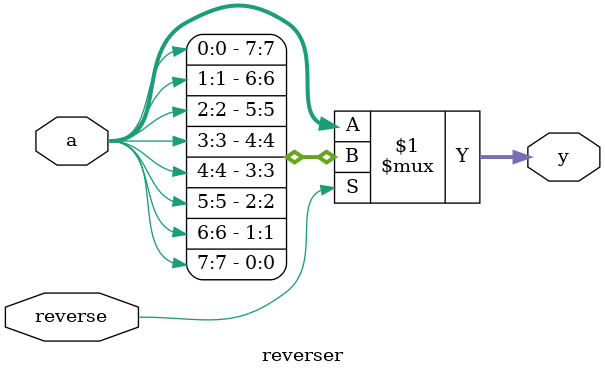
<source format=sv>
`timescale 1ns / 1ps


module reverser #(
    parameter N = 8 // Width of the input vector
)(
    input logic [N-1:0] a,    // Input vector
    input logic reverse,      // 0 for no reversal, 1 for reversal
    output logic [N-1:0] y    // Output vector
);

    // Reverse
    assign y = reverse ? {a[0], a[1], a[2], a[3], a[4], a[5], a[6], a[7]} : a;

endmodule


</source>
